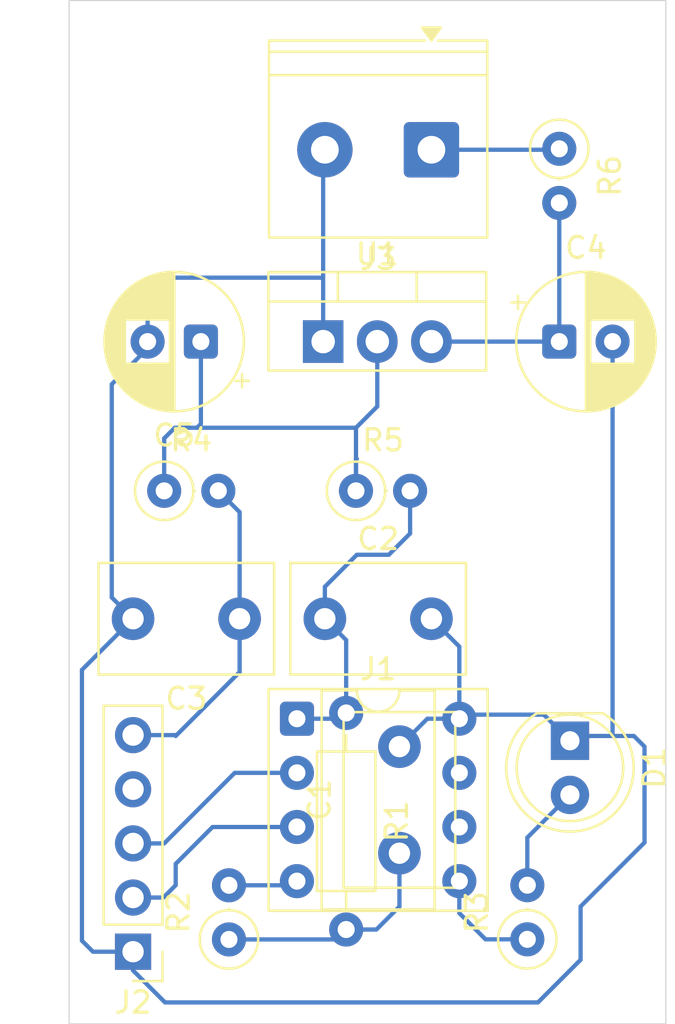
<source format=kicad_pcb>
(kicad_pcb (version 20241229) (generator "pcbnew") (generator_version "9.0")
  (layers (0 "F.Cu" signal) (2 "B.Cu" signal) (13 "F.Paste" user) (15 "B.Paste" user) (5 "F.SilkS" user "F.Silkscreen") (7 "B.SilkS" user "B.Silkscreen") (1 "F.Mask" user) (3 "B.Mask" user) (25 "Edge.Cuts" user))
  (net 0 "")
  (net 1 "Net-(D1-K)")
  (net 2 "Net-(C1-Pad1)")
  (net 3 "Net-(J1-Pin_1)")
  (net 4 "Net-(J2-Pin_5)")
  (net 5 "Net-(U1-VI)")
  (net 6 "Net-(U1-VO)")
  (net 7 "Net-(D1-A)")
  (net 9 "Net-(J1-Pin_3)")
  (net 10 "Net-(J1-Pin_2)")
  (net 12 "Net-(J1-Pin_4)")
  (net 13 "Net-(J1-Pin_5)")
  (net 15 "Net-(J3-Pin_1)")
  (footprint "LED_THT:LED_D5.0mm" (layer "F.Cu") (at 183 105.225 -90)
    (property "Reference" "D1" (at 1.27 -3.96 90) (layer "F.SilkS"))
    (property "Value" "LED")
    (fp_line (start -1.29 -1.545) (end -1.29 1.545) (stroke (width 0.12)) (layer "F.SilkS"))
    (fp_arc (start 4.26 0) (mid 2.071779 2.880495) (end -1.29 1.54483) (stroke (width 0.12)) (layer "F.SilkS"))
    (fp_arc (start -1.29 -1.54483) (mid 2.071779 -2.880495) (end 4.26 0) (stroke (width 0.12)) (layer "F.SilkS"))
    (fp_circle (center 1.27 0) (end 3.77 0) (stroke (width 0.12)) (fill no) (layer "F.SilkS"))
    (pad "1" thru_hole rect (at 0 0 270) (size 1.8 1.8) (drill 0.9) (layers "*.Cu" "*.Mask") (net 1 "Net-(D1-K)"))
    (pad "2" thru_hole circle (at 2.54 0 270) (size 1.8 1.8) (drill 0.9) (layers "*.Cu" "*.Mask") (net 7 "Net-(D1-A)"))
  )
  (footprint "Resistor_THT:R_Axial_DIN0207_L6.3mm_D2.5mm_P2.54mm_Vertical" (layer "F.Cu") (at 172.96 93.5)
    (property "Reference" "R5" (at 1.27 -2.37 0) (layer "F.SilkS"))
    (property "Value" "10")
    (fp_line (start 1.37 0) (end 1.44 0) (stroke (width 0.12)) (layer "F.SilkS"))
    (fp_circle (center 0 0) (end 1.37 0) (stroke (width 0.12)) (fill no) (layer "F.SilkS"))
    (pad "1" thru_hole circle (at 0 0) (size 1.6 1.6) (drill 0.8) (layers "*.Cu" "*.Mask") (net 6 "Net-(U1-VO)"))
    (pad "2" thru_hole circle (at 2.54 0) (size 1.6 1.6) (drill 0.8) (layers "*.Cu" "*.Mask") (net 3 "Net-(J1-Pin_1)"))
  )
  (footprint "Package_TO_SOT_THT:TO-220-3_Vertical" (layer "F.Cu") (at 171.42 86.5)
    (property "Reference" "U1" (at 2.54 -4.1 0) (layer "F.SilkS"))
    (property "Value" "LD1117V33")
    (fp_line (start -2.57 -3.26) (end 7.65 -3.26) (stroke (width 0.12)) (layer "F.SilkS"))
    (fp_line (start -2.57 -1.88) (end 7.65 -1.88) (stroke (width 0.12)) (layer "F.SilkS"))
    (fp_line (start -2.57 1.36) (end -2.57 -3.26) (stroke (width 0.12)) (layer "F.SilkS"))
    (fp_line (start 0.69 -3.26) (end 0.69 -1.88) (stroke (width 0.12)) (layer "F.SilkS"))
    (fp_line (start 4.39 -3.26) (end 4.39 -1.88) (stroke (width 0.12)) (layer "F.SilkS"))
    (fp_line (start 7.65 -3.26) (end 7.65 1.36) (stroke (width 0.12)) (layer "F.SilkS"))
    (fp_line (start 7.65 1.36) (end -2.57 1.36) (stroke (width 0.12)) (layer "F.SilkS"))
    (pad "1" thru_hole rect (at 0 0) (size 1.905 2) (drill 1.1) (layers "*.Cu" "*.Mask") (net 1 "Net-(D1-K)"))
    (pad "2" thru_hole oval (at 2.54 0) (size 1.905 2) (drill 1.1) (layers "*.Cu" "*.Mask") (net 6 "Net-(U1-VO)"))
    (pad "3" thru_hole oval (at 5.08 0) (size 1.905 2) (drill 1.1) (layers "*.Cu" "*.Mask") (net 5 "Net-(U1-VI)"))
  )
  (footprint "Package_DIP:DIP-8_W7.62mm_Socket" (layer "F.Cu") (at 170.19 104.19)
    (property "Reference" "J1" (at 3.81 -2.33 0) (layer "F.SilkS"))
    (property "Value" "Conn_02x04_Counter_Clockwise")
    (fp_line (start 1.16 -1.33) (end 1.16 8.95) (stroke (width 0.12)) (layer "F.SilkS"))
    (fp_line (start 1.16 8.95) (end 6.46 8.95) (stroke (width 0.12)) (layer "F.SilkS"))
    (fp_line (start 2.81 -1.33) (end 1.16 -1.33) (stroke (width 0.12)) (layer "F.SilkS"))
    (fp_line (start 6.46 -1.33) (end 4.81 -1.33) (stroke (width 0.12)) (layer "F.SilkS"))
    (fp_line (start 6.46 8.95) (end 6.46 -1.33) (stroke (width 0.12)) (layer "F.SilkS"))
    (fp_rect (start -1.33 -1.39) (end 8.95 9.01) (stroke (width 0.12)) (fill no) (layer "F.SilkS"))
    (fp_arc (start 4.81 -1.33) (mid 3.81 -0.33) (end 2.81 -1.33) (stroke (width 0.12)) (layer "F.SilkS"))
    (pad "1" thru_hole roundrect (at 0 0) (size 1.6 1.6) (drill 0.8) (layers "*.Cu" "*.Mask") (roundrect_rratio 0.15625) (net 3 "Net-(J1-Pin_1)"))
    (pad "2" thru_hole circle (at 0 2.54) (size 1.6 1.6) (drill 0.8) (layers "*.Cu" "*.Mask") (net 10 "Net-(J1-Pin_2)"))
    (pad "3" thru_hole circle (at 0 5.08) (size 1.6 1.6) (drill 0.8) (layers "*.Cu" "*.Mask") (net 9 "Net-(J1-Pin_3)"))
    (pad "4" thru_hole circle (at 0 7.62) (size 1.6 1.6) (drill 0.8) (layers "*.Cu" "*.Mask") (net 12 "Net-(J1-Pin_4)"))
    (pad "5" thru_hole circle (at 7.62 7.62) (size 1.6 1.6) (drill 0.8) (layers "*.Cu" "*.Mask") (net 13 "Net-(J1-Pin_5)"))
    (pad "6" thru_hole circle (at 7.62 5.08) (size 1.6 1.6) (drill 0.8) (layers "*.Cu" "*.Mask"))
    (pad "7" thru_hole circle (at 7.62 2.54) (size 1.6 1.6) (drill 0.8) (layers "*.Cu" "*.Mask"))
    (pad "8" thru_hole circle (at 7.62 0) (size 1.6 1.6) (drill 0.8) (layers "*.Cu" "*.Mask") (net 1 "Net-(D1-K)"))
  )
  (footprint "Resistor_THT:R_Axial_DIN0207_L6.3mm_D2.5mm_P2.54mm_Vertical" (layer "F.Cu") (at 163.96 93.5)
    (property "Reference" "R4" (at 1.27 -2.37 0) (layer "F.SilkS"))
    (property "Value" "1")
    (fp_line (start 1.37 0) (end 1.44 0) (stroke (width 0.12)) (layer "F.SilkS"))
    (fp_circle (center 0 0) (end 1.37 0) (stroke (width 0.12)) (fill no) (layer "F.SilkS"))
    (pad "1" thru_hole circle (at 0 0) (size 1.6 1.6) (drill 0.8) (layers "*.Cu" "*.Mask") (net 6 "Net-(U1-VO)"))
    (pad "2" thru_hole circle (at 2.54 0) (size 1.6 1.6) (drill 0.8) (layers "*.Cu" "*.Mask") (net 4 "Net-(J2-Pin_5)"))
  )
  (footprint "Resistor_THT:R_Axial_DIN0207_L6.3mm_D2.5mm_P2.54mm_Vertical" (layer "F.Cu") (at 181 114.54 90)
    (property "Reference" "R3" (at 1.27 -2.37 90) (layer "F.SilkS"))
    (property "Value" "3.3K")
    (fp_line (start 1.37 0) (end 1.44 0) (stroke (width 0.12)) (layer "F.SilkS"))
    (fp_circle (center 0 0) (end 1.37 0) (stroke (width 0.12)) (fill no) (layer "F.SilkS"))
    (pad "1" thru_hole circle (at 0 0 90) (size 1.6 1.6) (drill 0.8) (layers "*.Cu" "*.Mask") (net 13 "Net-(J1-Pin_5)"))
    (pad "2" thru_hole circle (at 2.54 0 90) (size 1.6 1.6) (drill 0.8) (layers "*.Cu" "*.Mask") (net 7 "Net-(D1-A)"))
  )
  (footprint "TerminalBlock_Phoenix:TerminalBlock_Phoenix_PT-1,5-2-5.0-H_1x02_P5.00mm_Horizontal" (layer "F.Cu") (at 176.5 77.5 180)
    (property "Reference" "J3" (at 2.5 -5.12 0) (layer "F.SilkS"))
    (property "Value" "Screw_Terminal_01x02")
    (fp_line (start 7.62 5.12) (end 0.3 5.12) (stroke (width 0.12)) (layer "F.SilkS"))
    (fp_line (start 7.62 -4.12) (end 7.62 5.12) (stroke (width 0.12)) (layer "F.SilkS"))
    (fp_line (start -0.3 5.12) (end -2.62 5.12) (stroke (width 0.12)) (layer "F.SilkS"))
    (fp_line (start -2.62 5.12) (end -2.62 -4.12) (stroke (width 0.12)) (layer "F.SilkS"))
    (fp_line (start -2.62 4.6) (end 7.62 4.6) (stroke (width 0.12)) (layer "F.SilkS"))
    (fp_line (start -2.62 3.5) (end 7.62 3.5) (stroke (width 0.12)) (layer "F.SilkS"))
    (fp_line (start -2.62 -4.12) (end 7.62 -4.12) (stroke (width 0.12)) (layer "F.SilkS"))
    (fp_poly (pts (xy 0 5.12) (xy 0.44 5.73) (xy -0.44 5.73)) (stroke (width 0.12)) (fill yes) (layer "F.SilkS"))
    (pad "1" thru_hole roundrect (at 0 0 180) (size 2.6 2.6) (drill 1.3) (layers "*.Cu" "*.Mask") (roundrect_rratio 0.096154) (net 15 "Net-(J3-Pin_1)"))
    (pad "2" thru_hole circle (at 5 0 180) (size 2.6 2.6) (drill 1.3) (layers "*.Cu" "*.Mask") (net 1 "Net-(D1-K)"))
  )
  (footprint "Capacitor_THT:C_Disc_D8.0mm_W5.0mm_P5.00mm" (layer "F.Cu") (at 171.5 99.5)
    (property "Reference" "C2" (at 2.5 -3.75 0) (layer "F.SilkS"))
    (property "Value" "10uF (106)")
    (fp_line (start -1.62 -2.62) (end 6.62 -2.62) (stroke (width 0.12)) (layer "F.SilkS"))
    (fp_line (start -1.62 2.62) (end -1.62 -2.62) (stroke (width 0.12)) (layer "F.SilkS"))
    (fp_line (start 6.62 -2.62) (end 6.62 2.62) (stroke (width 0.12)) (layer "F.SilkS"))
    (fp_line (start 6.62 2.62) (end -1.62 2.62) (stroke (width 0.12)) (layer "F.SilkS"))
    (pad "1" thru_hole circle (at 0 0) (size 2 2) (drill 1) (layers "*.Cu" "*.Mask") (net 3 "Net-(J1-Pin_1)"))
    (pad "2" thru_hole circle (at 5 0) (size 2 2) (drill 1) (layers "*.Cu" "*.Mask") (net 1 "Net-(D1-K)"))
  )
  (footprint "Connector_PinHeader_2.54mm:PinHeader_1x05_P2.54mm_Vertical" (layer "F.Cu") (at 162.5 115.12 180)
    (property "Reference" "J2" (at 0 -2.38 0) (layer "F.SilkS"))
    (property "Value" "Conn_01x05_Pin")
    (fp_line (start 1.38 1.27) (end 1.38 11.54) (stroke (width 0.12)) (layer "F.SilkS"))
    (fp_line (start -1.38 11.54) (end 1.38 11.54) (stroke (width 0.12)) (layer "F.SilkS"))
    (fp_line (start -1.38 1.27) (end 1.38 1.27) (stroke (width 0.12)) (layer "F.SilkS"))
    (fp_line (start -1.38 1.27) (end -1.38 11.54) (stroke (width 0.12)) (layer "F.SilkS"))
    (fp_line (start -1.38 0) (end -1.38 -1.38) (stroke (width 0.12)) (layer "F.SilkS"))
    (fp_line (start -1.38 -1.38) (end 0 -1.38) (stroke (width 0.12)) (layer "F.SilkS"))
    (pad "1" thru_hole rect (at 0 0 180) (size 1.7 1.7) (drill 1) (layers "*.Cu" "*.Mask") (net 1 "Net-(D1-K)"))
    (pad "2" thru_hole circle (at 0 2.54 180) (size 1.7 1.7) (drill 1) (layers "*.Cu" "*.Mask") (net 9 "Net-(J1-Pin_3)"))
    (pad "3" thru_hole circle (at 0 5.08 180) (size 1.7 1.7) (drill 1) (layers "*.Cu" "*.Mask") (net 10 "Net-(J1-Pin_2)"))
    (pad "4" thru_hole circle (at 0 7.62 180) (size 1.7 1.7) (drill 1) (layers "*.Cu" "*.Mask"))
    (pad "5" thru_hole circle (at 0 10.16 180) (size 1.7 1.7) (drill 1) (layers "*.Cu" "*.Mask") (net 4 "Net-(J2-Pin_5)"))
  )
  (footprint "Resistor_THT:R_Axial_DIN0207_L6.3mm_D2.5mm_P2.54mm_Vertical" (layer "F.Cu") (at 167 114.545 90)
    (property "Reference" "R2" (at 1.27 -2.37 90) (layer "F.SilkS"))
    (property "Value" "220")
    (fp_line (start 1.37 0) (end 1.44 0) (stroke (width 0.12)) (layer "F.SilkS"))
    (fp_circle (center 0 0) (end 1.37 0) (stroke (width 0.12)) (fill no) (layer "F.SilkS"))
    (pad "1" thru_hole circle (at 0 0 90) (size 1.6 1.6) (drill 0.8) (layers "*.Cu" "*.Mask") (net 2 "Net-(C1-Pad1)"))
    (pad "2" thru_hole circle (at 2.54 0 90) (size 1.6 1.6) (drill 0.8) (layers "*.Cu" "*.Mask") (net 12 "Net-(J1-Pin_4)"))
  )
  (footprint "Resistor_THT:R_Axial_DIN0207_L6.3mm_D2.5mm_P10.16mm_Horizontal" (layer "F.Cu") (at 172.5 103.92 -90)
    (property "Reference" "R1" (at 5.08 -2.37 90) (layer "F.SilkS"))
    (property "Value" "10K")
    (fp_line (start 1.04 0) (end 1.81 0) (stroke (width 0.12)) (layer "F.SilkS"))
    (fp_line (start 9.12 0) (end 8.35 0) (stroke (width 0.12)) (layer "F.SilkS"))
    (fp_rect (start 1.81 -1.37) (end 8.35 1.37) (stroke (width 0.12)) (fill no) (layer "F.SilkS"))
    (pad "1" thru_hole circle (at 0 0 270) (size 1.6 1.6) (drill 0.8) (layers "*.Cu" "*.Mask") (net 3 "Net-(J1-Pin_1)"))
    (pad "2" thru_hole circle (at 10.16 0 270) (size 1.6 1.6) (drill 0.8) (layers "*.Cu" "*.Mask") (net 2 "Net-(C1-Pad1)"))
  )
  (footprint "Capacitor_THT:CP_Radial_D6.3mm_P2.50mm" (layer "F.Cu") (at 165.68238 86.5 180)
    (property "Reference" "C5" (at 1.25 -4.4 0) (layer "F.SilkS"))
    (property "Value" "470uF 10V")
    (fp_line (start 4.49 -0.402) (end 4.49 0.402) (stroke (width 0.12)) (layer "F.SilkS"))
    (fp_line (start 4.45 -0.633) (end 4.45 0.633) (stroke (width 0.12)) (layer "F.SilkS"))
    (fp_line (start 4.41 -0.801) (end 4.41 0.801) (stroke (width 0.12)) (layer "F.SilkS"))
    (fp_line (start 4.37 -0.939) (end 4.37 0.939) (stroke (width 0.12)) (layer "F.SilkS"))
    (fp_line (start 4.33 -1.058) (end 4.33 1.058) (stroke (width 0.12)) (layer "F.SilkS"))
    (fp_line (start 4.29 -1.165) (end 4.29 1.165) (stroke (width 0.12)) (layer "F.SilkS"))
    (fp_line (start 4.25 -1.261) (end 4.25 1.261) (stroke (width 0.12)) (layer "F.SilkS"))
    (fp_line (start 4.21 -1.35) (end 4.21 1.35) (stroke (width 0.12)) (layer "F.SilkS"))
    (fp_line (start 4.17 -1.432) (end 4.17 1.432) (stroke (width 0.12)) (layer "F.SilkS"))
    (fp_line (start 4.13 -1.509) (end 4.13 1.509) (stroke (width 0.12)) (layer "F.SilkS"))
    (fp_line (start 4.09 -1.581) (end 4.09 1.581) (stroke (width 0.12)) (layer "F.SilkS"))
    (fp_line (start 4.05 -1.649) (end 4.05 1.649) (stroke (width 0.12)) (layer "F.SilkS"))
    (fp_line (start 4.01 -1.714) (end 4.01 1.714) (stroke (width 0.12)) (layer "F.SilkS"))
    (fp_line (start 3.97 -1.775) (end 3.97 1.775) (stroke (width 0.12)) (layer "F.SilkS"))
    (fp_line (start 3.93 -1.834) (end 3.93 1.834) (stroke (width 0.12)) (layer "F.SilkS"))
    (fp_line (start 3.89 -1.89) (end 3.89 1.89) (stroke (width 0.12)) (layer "F.SilkS"))
    (fp_line (start 3.85 -1.943) (end 3.85 1.943) (stroke (width 0.12)) (layer "F.SilkS"))
    (fp_line (start 3.81 -1.995) (end 3.81 1.995) (stroke (width 0.12)) (layer "F.SilkS"))
    (fp_line (start 3.77 -2.044) (end 3.77 2.044) (stroke (width 0.12)) (layer "F.SilkS"))
    (fp_line (start 3.73 -2.091) (end 3.73 2.091) (stroke (width 0.12)) (layer "F.SilkS"))
    (fp_line (start 3.69 -2.137) (end 3.69 2.137) (stroke (width 0.12)) (layer "F.SilkS"))
    (fp_line (start 3.65 -2.181) (end 3.65 2.181) (stroke (width 0.12)) (layer "F.SilkS"))
    (fp_line (start 3.61 -2.223) (end 3.61 2.223) (stroke (width 0.12)) (layer "F.SilkS"))
    (fp_line (start 3.57 -2.264) (end 3.57 2.264) (stroke (width 0.12)) (layer "F.SilkS"))
    (fp_line (start 3.53 1.04) (end 3.53 2.304) (stroke (width 0.12)) (layer "F.SilkS"))
    (fp_line (start 3.53 -2.304) (end 3.53 -1.04) (stroke (width 0.12)) (layer "F.SilkS"))
    (fp_line (start 3.49 1.04) (end 3.49 2.342) (stroke (width 0.12)) (layer "F.SilkS"))
    (fp_line (start 3.49 -2.342) (end 3.49 -1.04) (stroke (width 0.12)) (layer "F.SilkS"))
    (fp_line (start 3.45 1.04) (end 3.45 2.379) (stroke (width 0.12)) (layer "F.SilkS"))
    (fp_line (start 3.45 -2.379) (end 3.45 -1.04) (stroke (width 0.12)) (layer "F.SilkS"))
    (fp_line (start 3.41 1.04) (end 3.41 2.415) (stroke (width 0.12)) (layer "F.SilkS"))
    (fp_line (start 3.41 -2.415) (end 3.41 -1.04) (stroke (width 0.12)) (layer "F.SilkS"))
    (fp_line (start 3.37 1.04) (end 3.37 2.45) (stroke (width 0.12)) (layer "F.SilkS"))
    (fp_line (start 3.37 -2.45) (end 3.37 -1.04) (stroke (width 0.12)) (layer "F.SilkS"))
    (fp_line (start 3.33 1.04) (end 3.33 2.483) (stroke (width 0.12)) (layer "F.SilkS"))
    (fp_line (start 3.33 -2.483) (end 3.33 -1.04) (stroke (width 0.12)) (layer "F.SilkS"))
    (fp_line (start 3.29 1.04) (end 3.29 2.516) (stroke (width 0.12)) (layer "F.SilkS"))
    (fp_line (start 3.29 -2.516) (end 3.29 -1.04) (stroke (width 0.12)) (layer "F.SilkS"))
    (fp_line (start 3.25 1.04) (end 3.25 2.547) (stroke (width 0.12)) (layer "F.SilkS"))
    (fp_line (start 3.25 -2.547) (end 3.25 -1.04) (stroke (width 0.12)) (layer "F.SilkS"))
    (fp_line (start 3.21 1.04) (end 3.21 2.577) (stroke (width 0.12)) (layer "F.SilkS"))
    (fp_line (start 3.21 -2.577) (end 3.21 -1.04) (stroke (width 0.12)) (layer "F.SilkS"))
    (fp_line (start 3.17 1.04) (end 3.17 2.607) (stroke (width 0.12)) (layer "F.SilkS"))
    (fp_line (start 3.17 -2.607) (end 3.17 -1.04) (stroke (width 0.12)) (layer "F.SilkS"))
    (fp_line (start 3.13 1.04) (end 3.13 2.636) (stroke (width 0.12)) (layer "F.SilkS"))
    (fp_line (start 3.13 -2.636) (end 3.13 -1.04) (stroke (width 0.12)) (layer "F.SilkS"))
    (fp_line (start 3.09 1.04) (end 3.09 2.663) (stroke (width 0.12)) (layer "F.SilkS"))
    (fp_line (start 3.09 -2.663) (end 3.09 -1.04) (stroke (width 0.12)) (layer "F.SilkS"))
    (fp_line (start 3.05 1.04) (end 3.05 2.69) (stroke (width 0.12)) (layer "F.SilkS"))
    (fp_line (start 3.05 -2.69) (end 3.05 -1.04) (stroke (width 0.12)) (layer "F.SilkS"))
    (fp_line (start 3.01 1.04) (end 3.01 2.716) (stroke (width 0.12)) (layer "F.SilkS"))
    (fp_line (start 3.01 -2.716) (end 3.01 -1.04) (stroke (width 0.12)) (layer "F.SilkS"))
    (fp_line (start 2.97 1.04) (end 2.97 2.741) (stroke (width 0.12)) (layer "F.SilkS"))
    (fp_line (start 2.97 -2.741) (end 2.97 -1.04) (stroke (width 0.12)) (layer "F.SilkS"))
    (fp_line (start 2.93 1.04) (end 2.93 2.765) (stroke (width 0.12)) (layer "F.SilkS"))
    (fp_line (start 2.93 -2.765) (end 2.93 -1.04) (stroke (width 0.12)) (layer "F.SilkS"))
    (fp_line (start 2.89 1.04) (end 2.89 2.789) (stroke (width 0.12)) (layer "F.SilkS"))
    (fp_line (start 2.89 -2.789) (end 2.89 -1.04) (stroke (width 0.12)) (layer "F.SilkS"))
    (fp_line (start 2.85 1.04) (end 2.85 2.812) (stroke (width 0.12)) (layer "F.SilkS"))
    (fp_line (start 2.85 -2.812) (end 2.85 -1.04) (stroke (width 0.12)) (layer "F.SilkS"))
    (fp_line (start 2.81 1.04) (end 2.81 2.834) (stroke (width 0.12)) (layer "F.SilkS"))
    (fp_line (start 2.81 -2.834) (end 2.81 -1.04) (stroke (width 0.12)) (layer "F.SilkS"))
    (fp_line (start 2.77 1.04) (end 2.77 2.855) (stroke (width 0.12)) (layer "F.SilkS"))
    (fp_line (start 2.77 -2.855) (end 2.77 -1.04) (stroke (width 0.12)) (layer "F.SilkS"))
    (fp_line (start 2.73 1.04) (end 2.73 2.876) (stroke (width 0.12)) (layer "F.SilkS"))
    (fp_line (start 2.73 -2.876) (end 2.73 -1.04) (stroke (width 0.12)) (layer "F.SilkS"))
    (fp_line (start 2.69 1.04) (end 2.69 2.896) (stroke (width 0.12)) (layer "F.SilkS"))
    (fp_line (start 2.69 -2.896) (end 2.69 -1.04) (stroke (width 0.12)) (layer "F.SilkS"))
    (fp_line (start 2.65 1.04) (end 2.65 2.915) (stroke (width 0.12)) (layer "F.SilkS"))
    (fp_line (start 2.65 -2.915) (end 2.65 -1.04) (stroke (width 0.12)) (layer "F.SilkS"))
    (fp_line (start 2.61 1.04) (end 2.61 2.934) (stroke (width 0.12)) (layer "F.SilkS"))
    (fp_line (start 2.61 -2.934) (end 2.61 -1.04) (stroke (width 0.12)) (layer "F.SilkS"))
    (fp_line (start 2.57 1.04) (end 2.57 2.952) (stroke (width 0.12)) (layer "F.SilkS"))
    (fp_line (start 2.57 -2.952) (end 2.57 -1.04) (stroke (width 0.12)) (layer "F.SilkS"))
    (fp_line (start 2.53 1.04) (end 2.53 2.969) (stroke (width 0.12)) (layer "F.SilkS"))
    (fp_line (start 2.53 -2.969) (end 2.53 -1.04) (stroke (width 0.12)) (layer "F.SilkS"))
    (fp_line (start 2.49 1.04) (end 2.49 2.986) (stroke (width 0.12)) (layer "F.SilkS"))
    (fp_line (start 2.49 -2.986) (end 2.49 -1.04) (stroke (width 0.12)) (layer "F.SilkS"))
    (fp_line (start 2.45 1.04) (end 2.45 3.002) (stroke (width 0.12)) (layer "F.SilkS"))
    (fp_line (start 2.45 -3.002) (end 2.45 -1.04) (stroke (width 0.12)) (layer "F.SilkS"))
    (fp_line (start 2.41 1.04) (end 2.41 3.017) (stroke (width 0.12)) (layer "F.SilkS"))
    (fp_line (start 2.41 -3.017) (end 2.41 -1.04) (stroke (width 0.12)) (layer "F.SilkS"))
    (fp_line (start 2.37 1.04) (end 2.37 3.032) (stroke (width 0.12)) (layer "F.SilkS"))
    (fp_line (start 2.37 -3.032) (end 2.37 -1.04) (stroke (width 0.12)) (layer "F.SilkS"))
    (fp_line (start 2.33 1.04) (end 2.33 3.047) (stroke (width 0.12)) (layer "F.SilkS"))
    (fp_line (start 2.33 -3.047) (end 2.33 -1.04) (stroke (width 0.12)) (layer "F.SilkS"))
    (fp_line (start 2.29 1.04) (end 2.29 3.06) (stroke (width 0.12)) (layer "F.SilkS"))
    (fp_line (start 2.29 -3.06) (end 2.29 -1.04) (stroke (width 0.12)) (layer "F.SilkS"))
    (fp_line (start 2.25 1.04) (end 2.25 3.073) (stroke (width 0.12)) (layer "F.SilkS"))
    (fp_line (start 2.25 -3.073) (end 2.25 -1.04) (stroke (width 0.12)) (layer "F.SilkS"))
    (fp_line (start 2.21 1.04) (end 2.21 3.086) (stroke (width 0.12)) (layer "F.SilkS"))
    (fp_line (start 2.21 -3.086) (end 2.21 -1.04) (stroke (width 0.12)) (layer "F.SilkS"))
    (fp_line (start 2.17 1.04) (end 2.17 3.098) (stroke (width 0.12)) (layer "F.SilkS"))
    (fp_line (start 2.17 -3.098) (end 2.17 -1.04) (stroke (width 0.12)) (layer "F.SilkS"))
    (fp_line (start 2.13 1.04) (end 2.13 3.109) (stroke (width 0.12)) (layer "F.SilkS"))
    (fp_line (start 2.13 -3.109) (end 2.13 -1.04) (stroke (width 0.12)) (layer "F.SilkS"))
    (fp_line (start 2.09 1.04) (end 2.09 3.12) (stroke (width 0.12)) (layer "F.SilkS"))
    (fp_line (start 2.09 -3.12) (end 2.09 -1.04) (stroke (width 0.12)) (layer "F.SilkS"))
    (fp_line (start 2.05 1.04) (end 2.05 3.131) (stroke (width 0.12)) (layer "F.SilkS"))
    (fp_line (start 2.05 -3.131) (end 2.05 -1.04) (stroke (width 0.12)) (layer "F.SilkS"))
    (fp_line (start 2.01 1.04) (end 2.01 3.14) (stroke (width 0.12)) (layer "F.SilkS"))
    (fp_line (start 2.01 -3.14) (end 2.01 -1.04) (stroke (width 0.12)) (layer "F.SilkS"))
    (fp_line (start 1.97 1.04) (end 1.97 3.15) (stroke (width 0.12)) (layer "F.SilkS"))
    (fp_line (start 1.97 -3.15) (end 1.97 -1.04) (stroke (width 0.12)) (layer "F.SilkS"))
    (fp_line (start 1.93 1.04) (end 1.93 3.159) (stroke (width 0.12)) (layer "F.SilkS"))
    (fp_line (start 1.93 -3.159) (end 1.93 -1.04) (stroke (width 0.12)) (layer "F.SilkS"))
    (fp_line (start 1.89 1.04) (end 1.89 3.167) (stroke (width 0.12)) (layer "F.SilkS"))
    (fp_line (start 1.89 -3.167) (end 1.89 -1.04) (stroke (width 0.12)) (layer "F.SilkS"))
    (fp_line (start 1.85 1.04) (end 1.85 3.174) (stroke (width 0.12)) (layer "F.SilkS"))
    (fp_line (start 1.85 -3.174) (end 1.85 -1.04) (stroke (width 0.12)) (layer "F.SilkS"))
    (fp_line (start 1.81 1.04) (end 1.81 3.182) (stroke (width 0.12)) (layer "F.SilkS"))
    (fp_line (start 1.81 -3.182) (end 1.81 -1.04) (stroke (width 0.12)) (layer "F.SilkS"))
    (fp_line (start 1.77 1.04) (end 1.77 3.188) (stroke (width 0.12)) (layer "F.SilkS"))
    (fp_line (start 1.77 -3.188) (end 1.77 -1.04) (stroke (width 0.12)) (layer "F.SilkS"))
    (fp_line (start 1.73 1.04) (end 1.73 3.195) (stroke (width 0.12)) (layer "F.SilkS"))
    (fp_line (start 1.73 -3.195) (end 1.73 -1.04) (stroke (width 0.12)) (layer "F.SilkS"))
    (fp_line (start 1.69 1.04) (end 1.69 3.2) (stroke (width 0.12)) (layer "F.SilkS"))
    (fp_line (start 1.69 -3.2) (end 1.69 -1.04) (stroke (width 0.12)) (layer "F.SilkS"))
    (fp_line (start 1.65 1.04) (end 1.65 3.205) (stroke (width 0.12)) (layer "F.SilkS"))
    (fp_line (start 1.65 -3.205) (end 1.65 -1.04) (stroke (width 0.12)) (layer "F.SilkS"))
    (fp_line (start 1.61 1.04) (end 1.61 3.21) (stroke (width 0.12)) (layer "F.SilkS"))
    (fp_line (start 1.61 -3.21) (end 1.61 -1.04) (stroke (width 0.12)) (layer "F.SilkS"))
    (fp_line (start 1.57 1.04) (end 1.57 3.214) (stroke (width 0.12)) (layer "F.SilkS"))
    (fp_line (start 1.57 -3.214) (end 1.57 -1.04) (stroke (width 0.12)) (layer "F.SilkS"))
    (fp_line (start 1.53 1.04) (end 1.53 3.218) (stroke (width 0.12)) (layer "F.SilkS"))
    (fp_line (start 1.53 -3.218) (end 1.53 -1.04) (stroke (width 0.12)) (layer "F.SilkS"))
    (fp_line (start 1.49 1.04) (end 1.49 3.221) (stroke (width 0.12)) (layer "F.SilkS"))
    (fp_line (start 1.49 -3.221) (end 1.49 -1.04) (stroke (width 0.12)) (layer "F.SilkS"))
    (fp_line (start 1.45 -3.224) (end 1.45 3.224) (stroke (width 0.12)) (layer "F.SilkS"))
    (fp_line (start 1.41 -3.226) (end 1.41 3.226) (stroke (width 0.12)) (layer "F.SilkS"))
    (fp_line (start 1.37 -3.228) (end 1.37 3.228) (stroke (width 0.12)) (layer "F.SilkS"))
    (fp_line (start 1.33 -3.229) (end 1.33 3.229) (stroke (width 0.12)) (layer "F.SilkS"))
    (fp_line (start 1.29 -3.23) (end 1.29 3.23) (stroke (width 0.12)) (layer "F.SilkS"))
    (fp_line (start 1.25 -3.23) (end 1.25 3.23) (stroke (width 0.12)) (layer "F.SilkS"))
    (fp_line (start -1.935241 -2.154) (end -1.935241 -1.524) (stroke (width 0.12)) (layer "F.SilkS"))
    (fp_line (start -2.250241 -1.839) (end -1.620241 -1.839) (stroke (width 0.12)) (layer "F.SilkS"))
    (fp_circle (center 1.25 0) (end 4.52 0) (stroke (width 0.12)) (fill no) (layer "F.SilkS"))
    (pad "1" thru_hole roundrect (at 0 0 180) (size 1.6 1.6) (drill 0.8) (layers "*.Cu" "*.Mask") (roundrect_rratio 0.15625) (net 6 "Net-(U1-VO)"))
    (pad "2" thru_hole circle (at 2.5 0 180) (size 1.6 1.6) (drill 0.8) (layers "*.Cu" "*.Mask") (net 1 "Net-(D1-K)"))
  )
  (footprint "Resistor_THT:R_Axial_DIN0207_L6.3mm_D2.5mm_P2.54mm_Vertical" (layer "F.Cu") (at 182.5 77.455 -90)
    (property "Reference" "R6" (at 1.27 -2.37 90) (layer "F.SilkS"))
    (property "Value" "1")
    (fp_line (start 1.37 0) (end 1.44 0) (stroke (width 0.12)) (layer "F.SilkS"))
    (fp_circle (center 0 0) (end 1.37 0) (stroke (width 0.12)) (fill no) (layer "F.SilkS"))
    (pad "1" thru_hole circle (at 0 0 270) (size 1.6 1.6) (drill 0.8) (layers "*.Cu" "*.Mask") (net 15 "Net-(J3-Pin_1)"))
    (pad "2" thru_hole circle (at 2.54 0 270) (size 1.6 1.6) (drill 0.8) (layers "*.Cu" "*.Mask") (net 5 "Net-(U1-VI)"))
  )
  (footprint "Capacitor_THT:CP_Radial_D6.3mm_P2.50mm" (layer "F.Cu") (at 182.5 86.5)
    (property "Reference" "C4" (at 1.25 -4.4 0) (layer "F.SilkS"))
    (property "Value" "220uF 25V")
    (fp_line (start -2.250241 -1.839) (end -1.620241 -1.839) (stroke (width 0.12)) (layer "F.SilkS"))
    (fp_line (start -1.935241 -2.154) (end -1.935241 -1.524) (stroke (width 0.12)) (layer "F.SilkS"))
    (fp_line (start 1.25 -3.23) (end 1.25 3.23) (stroke (width 0.12)) (layer "F.SilkS"))
    (fp_line (start 1.29 -3.23) (end 1.29 3.23) (stroke (width 0.12)) (layer "F.SilkS"))
    (fp_line (start 1.33 -3.229) (end 1.33 3.229) (stroke (width 0.12)) (layer "F.SilkS"))
    (fp_line (start 1.37 -3.228) (end 1.37 3.228) (stroke (width 0.12)) (layer "F.SilkS"))
    (fp_line (start 1.41 -3.226) (end 1.41 3.226) (stroke (width 0.12)) (layer "F.SilkS"))
    (fp_line (start 1.45 -3.224) (end 1.45 3.224) (stroke (width 0.12)) (layer "F.SilkS"))
    (fp_line (start 1.49 -3.221) (end 1.49 -1.04) (stroke (width 0.12)) (layer "F.SilkS"))
    (fp_line (start 1.49 1.04) (end 1.49 3.221) (stroke (width 0.12)) (layer "F.SilkS"))
    (fp_line (start 1.53 -3.218) (end 1.53 -1.04) (stroke (width 0.12)) (layer "F.SilkS"))
    (fp_line (start 1.53 1.04) (end 1.53 3.218) (stroke (width 0.12)) (layer "F.SilkS"))
    (fp_line (start 1.57 -3.214) (end 1.57 -1.04) (stroke (width 0.12)) (layer "F.SilkS"))
    (fp_line (start 1.57 1.04) (end 1.57 3.214) (stroke (width 0.12)) (layer "F.SilkS"))
    (fp_line (start 1.61 -3.21) (end 1.61 -1.04) (stroke (width 0.12)) (layer "F.SilkS"))
    (fp_line (start 1.61 1.04) (end 1.61 3.21) (stroke (width 0.12)) (layer "F.SilkS"))
    (fp_line (start 1.65 -3.205) (end 1.65 -1.04) (stroke (width 0.12)) (layer "F.SilkS"))
    (fp_line (start 1.65 1.04) (end 1.65 3.205) (stroke (width 0.12)) (layer "F.SilkS"))
    (fp_line (start 1.69 -3.2) (end 1.69 -1.04) (stroke (width 0.12)) (layer "F.SilkS"))
    (fp_line (start 1.69 1.04) (end 1.69 3.2) (stroke (width 0.12)) (layer "F.SilkS"))
    (fp_line (start 1.73 -3.195) (end 1.73 -1.04) (stroke (width 0.12)) (layer "F.SilkS"))
    (fp_line (start 1.73 1.04) (end 1.73 3.195) (stroke (width 0.12)) (layer "F.SilkS"))
    (fp_line (start 1.77 -3.188) (end 1.77 -1.04) (stroke (width 0.12)) (layer "F.SilkS"))
    (fp_line (start 1.77 1.04) (end 1.77 3.188) (stroke (width 0.12)) (layer "F.SilkS"))
    (fp_line (start 1.81 -3.182) (end 1.81 -1.04) (stroke (width 0.12)) (layer "F.SilkS"))
    (fp_line (start 1.81 1.04) (end 1.81 3.182) (stroke (width 0.12)) (layer "F.SilkS"))
    (fp_line (start 1.85 -3.174) (end 1.85 -1.04) (stroke (width 0.12)) (layer "F.SilkS"))
    (fp_line (start 1.85 1.04) (end 1.85 3.174) (stroke (width 0.12)) (layer "F.SilkS"))
    (fp_line (start 1.89 -3.167) (end 1.89 -1.04) (stroke (width 0.12)) (layer "F.SilkS"))
    (fp_line (start 1.89 1.04) (end 1.89 3.167) (stroke (width 0.12)) (layer "F.SilkS"))
    (fp_line (start 1.93 -3.159) (end 1.93 -1.04) (stroke (width 0.12)) (layer "F.SilkS"))
    (fp_line (start 1.93 1.04) (end 1.93 3.159) (stroke (width 0.12)) (layer "F.SilkS"))
    (fp_line (start 1.97 -3.15) (end 1.97 -1.04) (stroke (width 0.12)) (layer "F.SilkS"))
    (fp_line (start 1.97 1.04) (end 1.97 3.15) (stroke (width 0.12)) (layer "F.SilkS"))
    (fp_line (start 2.01 -3.14) (end 2.01 -1.04) (stroke (width 0.12)) (layer "F.SilkS"))
    (fp_line (start 2.01 1.04) (end 2.01 3.14) (stroke (width 0.12)) (layer "F.SilkS"))
    (fp_line (start 2.05 -3.131) (end 2.05 -1.04) (stroke (width 0.12)) (layer "F.SilkS"))
    (fp_line (start 2.05 1.04) (end 2.05 3.131) (stroke (width 0.12)) (layer "F.SilkS"))
    (fp_line (start 2.09 -3.12) (end 2.09 -1.04) (stroke (width 0.12)) (layer "F.SilkS"))
    (fp_line (start 2.09 1.04) (end 2.09 3.12) (stroke (width 0.12)) (layer "F.SilkS"))
    (fp_line (start 2.13 -3.109) (end 2.13 -1.04) (stroke (width 0.12)) (layer "F.SilkS"))
    (fp_line (start 2.13 1.04) (end 2.13 3.109) (stroke (width 0.12)) (layer "F.SilkS"))
    (fp_line (start 2.17 -3.098) (end 2.17 -1.04) (stroke (width 0.12)) (layer "F.SilkS"))
    (fp_line (start 2.17 1.04) (end 2.17 3.098) (stroke (width 0.12)) (layer "F.SilkS"))
    (fp_line (start 2.21 -3.086) (end 2.21 -1.04) (stroke (width 0.12)) (layer "F.SilkS"))
    (fp_line (start 2.21 1.04) (end 2.21 3.086) (stroke (width 0.12)) (layer "F.SilkS"))
    (fp_line (start 2.25 -3.073) (end 2.25 -1.04) (stroke (width 0.12)) (layer "F.SilkS"))
    (fp_line (start 2.25 1.04) (end 2.25 3.073) (stroke (width 0.12)) (layer "F.SilkS"))
    (fp_line (start 2.29 -3.06) (end 2.29 -1.04) (stroke (width 0.12)) (layer "F.SilkS"))
    (fp_line (start 2.29 1.04) (end 2.29 3.06) (stroke (width 0.12)) (layer "F.SilkS"))
    (fp_line (start 2.33 -3.047) (end 2.33 -1.04) (stroke (width 0.12)) (layer "F.SilkS"))
    (fp_line (start 2.33 1.04) (end 2.33 3.047) (stroke (width 0.12)) (layer "F.SilkS"))
    (fp_line (start 2.37 -3.032) (end 2.37 -1.04) (stroke (width 0.12)) (layer "F.SilkS"))
    (fp_line (start 2.37 1.04) (end 2.37 3.032) (stroke (width 0.12)) (layer "F.SilkS"))
    (fp_line (start 2.41 -3.017) (end 2.41 -1.04) (stroke (width 0.12)) (layer "F.SilkS"))
    (fp_line (start 2.41 1.04) (end 2.41 3.017) (stroke (width 0.12)) (layer "F.SilkS"))
    (fp_line (start 2.45 -3.002) (end 2.45 -1.04) (stroke (width 0.12)) (layer "F.SilkS"))
    (fp_line (start 2.45 1.04) (end 2.45 3.002) (stroke (width 0.12)) (layer "F.SilkS"))
    (fp_line (start 2.49 -2.986) (end 2.49 -1.04) (stroke (width 0.12)) (layer "F.SilkS"))
    (fp_line (start 2.49 1.04) (end 2.49 2.986) (stroke (width 0.12)) (layer "F.SilkS"))
    (fp_line (start 2.53 -2.969) (end 2.53 -1.04) (stroke (width 0.12)) (layer "F.SilkS"))
    (fp_line (start 2.53 1.04) (end 2.53 2.969) (stroke (width 0.12)) (layer "F.SilkS"))
    (fp_line (start 2.57 -2.952) (end 2.57 -1.04) (stroke (width 0.12)) (layer "F.SilkS"))
    (fp_line (start 2.57 1.04) (end 2.57 2.952) (stroke (width 0.12)) (layer "F.SilkS"))
    (fp_line (start 2.61 -2.934) (end 2.61 -1.04) (stroke (width 0.12)) (layer "F.SilkS"))
    (fp_line (start 2.61 1.04) (end 2.61 2.934) (stroke (width 0.12)) (layer "F.SilkS"))
    (fp_line (start 2.65 -2.915) (end 2.65 -1.04) (stroke (width 0.12)) (layer "F.SilkS"))
    (fp_line (start 2.65 1.04) (end 2.65 2.915) (stroke (width 0.12)) (layer "F.SilkS"))
    (fp_line (start 2.69 -2.896) (end 2.69 -1.04) (stroke (width 0.12)) (layer "F.SilkS"))
    (fp_line (start 2.69 1.04) (end 2.69 2.896) (stroke (width 0.12)) (layer "F.SilkS"))
    (fp_line (start 2.73 -2.876) (end 2.73 -1.04) (stroke (width 0.12)) (layer "F.SilkS"))
    (fp_line (start 2.73 1.04) (end 2.73 2.876) (stroke (width 0.12)) (layer "F.SilkS"))
    (fp_line (start 2.77 -2.855) (end 2.77 -1.04) (stroke (width 0.12)) (layer "F.SilkS"))
    (fp_line (start 2.77 1.04) (end 2.77 2.855) (stroke (width 0.12)) (layer "F.SilkS"))
    (fp_line (start 2.81 -2.834) (end 2.81 -1.04) (stroke (width 0.12)) (layer "F.SilkS"))
    (fp_line (start 2.81 1.04) (end 2.81 2.834) (stroke (width 0.12)) (layer "F.SilkS"))
    (fp_line (start 2.85 -2.812) (end 2.85 -1.04) (stroke (width 0.12)) (layer "F.SilkS"))
    (fp_line (start 2.85 1.04) (end 2.85 2.812) (stroke (width 0.12)) (layer "F.SilkS"))
    (fp_line (start 2.89 -2.789) (end 2.89 -1.04) (stroke (width 0.12)) (layer "F.SilkS"))
    (fp_line (start 2.89 1.04) (end 2.89 2.789) (stroke (width 0.12)) (layer "F.SilkS"))
    (fp_line (start 2.93 -2.765) (end 2.93 -1.04) (stroke (width 0.12)) (layer "F.SilkS"))
    (fp_line (start 2.93 1.04) (end 2.93 2.765) (stroke (width 0.12)) (layer "F.SilkS"))
    (fp_line (start 2.97 -2.741) (end 2.97 -1.04) (stroke (width 0.12)) (layer "F.SilkS"))
    (fp_line (start 2.97 1.04) (end 2.97 2.741) (stroke (width 0.12)) (layer "F.SilkS"))
    (fp_line (start 3.01 -2.716) (end 3.01 -1.04) (stroke (width 0.12)) (layer "F.SilkS"))
    (fp_line (start 3.01 1.04) (end 3.01 2.716) (stroke (width 0.12)) (layer "F.SilkS"))
    (fp_line (start 3.05 -2.69) (end 3.05 -1.04) (stroke (width 0.12)) (layer "F.SilkS"))
    (fp_line (start 3.05 1.04) (end 3.05 2.69) (stroke (width 0.12)) (layer "F.SilkS"))
    (fp_line (start 3.09 -2.663) (end 3.09 -1.04) (stroke (width 0.12)) (layer "F.SilkS"))
    (fp_line (start 3.09 1.04) (end 3.09 2.663) (stroke (width 0.12)) (layer "F.SilkS"))
    (fp_line (start 3.13 -2.636) (end 3.13 -1.04) (stroke (width 0.12)) (layer "F.SilkS"))
    (fp_line (start 3.13 1.04) (end 3.13 2.636) (stroke (width 0.12)) (layer "F.SilkS"))
    (fp_line (start 3.17 -2.607) (end 3.17 -1.04) (stroke (width 0.12)) (layer "F.SilkS"))
    (fp_line (start 3.17 1.04) (end 3.17 2.607) (stroke (width 0.12)) (layer "F.SilkS"))
    (fp_line (start 3.21 -2.577) (end 3.21 -1.04) (stroke (width 0.12)) (layer "F.SilkS"))
    (fp_line (start 3.21 1.04) (end 3.21 2.577) (stroke (width 0.12)) (layer "F.SilkS"))
    (fp_line (start 3.25 -2.547) (end 3.25 -1.04) (stroke (width 0.12)) (layer "F.SilkS"))
    (fp_line (start 3.25 1.04) (end 3.25 2.547) (stroke (width 0.12)) (layer "F.SilkS"))
    (fp_line (start 3.29 -2.516) (end 3.29 -1.04) (stroke (width 0.12)) (layer "F.SilkS"))
    (fp_line (start 3.29 1.04) (end 3.29 2.516) (stroke (width 0.12)) (layer "F.SilkS"))
    (fp_line (start 3.33 -2.483) (end 3.33 -1.04) (stroke (width 0.12)) (layer "F.SilkS"))
    (fp_line (start 3.33 1.04) (end 3.33 2.483) (stroke (width 0.12)) (layer "F.SilkS"))
    (fp_line (start 3.37 -2.45) (end 3.37 -1.04) (stroke (width 0.12)) (layer "F.SilkS"))
    (fp_line (start 3.37 1.04) (end 3.37 2.45) (stroke (width 0.12)) (layer "F.SilkS"))
    (fp_line (start 3.41 -2.415) (end 3.41 -1.04) (stroke (width 0.12)) (layer "F.SilkS"))
    (fp_line (start 3.41 1.04) (end 3.41 2.415) (stroke (width 0.12)) (layer "F.SilkS"))
    (fp_line (start 3.45 -2.379) (end 3.45 -1.04) (stroke (width 0.12)) (layer "F.SilkS"))
    (fp_line (start 3.45 1.04) (end 3.45 2.379) (stroke (width 0.12)) (layer "F.SilkS"))
    (fp_line (start 3.49 -2.342) (end 3.49 -1.04) (stroke (width 0.12)) (layer "F.SilkS"))
    (fp_line (start 3.49 1.04) (end 3.49 2.342) (stroke (width 0.12)) (layer "F.SilkS"))
    (fp_line (start 3.53 -2.304) (end 3.53 -1.04) (stroke (width 0.12)) (layer "F.SilkS"))
    (fp_line (start 3.53 1.04) (end 3.53 2.304) (stroke (width 0.12)) (layer "F.SilkS"))
    (fp_line (start 3.57 -2.264) (end 3.57 2.264) (stroke (width 0.12)) (layer "F.SilkS"))
    (fp_line (start 3.61 -2.223) (end 3.61 2.223) (stroke (width 0.12)) (layer "F.SilkS"))
    (fp_line (start 3.65 -2.181) (end 3.65 2.181) (stroke (width 0.12)) (layer "F.SilkS"))
    (fp_line (start 3.69 -2.137) (end 3.69 2.137) (stroke (width 0.12)) (layer "F.SilkS"))
    (fp_line (start 3.73 -2.091) (end 3.73 2.091) (stroke (width 0.12)) (layer "F.SilkS"))
    (fp_line (start 3.77 -2.044) (end 3.77 2.044) (stroke (width 0.12)) (layer "F.SilkS"))
    (fp_line (start 3.81 -1.995) (end 3.81 1.995) (stroke (width 0.12)) (layer "F.SilkS"))
    (fp_line (start 3.85 -1.943) (end 3.85 1.943) (stroke (width 0.12)) (layer "F.SilkS"))
    (fp_line (start 3.89 -1.89) (end 3.89 1.89) (stroke (width 0.12)) (layer "F.SilkS"))
    (fp_line (start 3.93 -1.834) (end 3.93 1.834) (stroke (width 0.12)) (layer "F.SilkS"))
    (fp_line (start 3.97 -1.775) (end 3.97 1.775) (stroke (width 0.12)) (layer "F.SilkS"))
    (fp_line (start 4.01 -1.714) (end 4.01 1.714) (stroke (width 0.12)) (layer "F.SilkS"))
    (fp_line (start 4.05 -1.649) (end 4.05 1.649) (stroke (width 0.12)) (layer "F.SilkS"))
    (fp_line (start 4.09 -1.581) (end 4.09 1.581) (stroke (width 0.12)) (layer "F.SilkS"))
    (fp_line (start 4.13 -1.509) (end 4.13 1.509) (stroke (width 0.12)) (layer "F.SilkS"))
    (fp_line (start 4.17 -1.432) (end 4.17 1.432) (stroke (width 0.12)) (layer "F.SilkS"))
    (fp_line (start 4.21 -1.35) (end 4.21 1.35) (stroke (width 0.12)) (layer "F.SilkS"))
    (fp_line (start 4.25 -1.261) (end 4.25 1.261) (stroke (width 0.12)) (layer "F.SilkS"))
    (fp_line (start 4.29 -1.165) (end 4.29 1.165) (stroke (width 0.12)) (layer "F.SilkS"))
    (fp_line (start 4.33 -1.058) (end 4.33 1.058) (stroke (width 0.12)) (layer "F.SilkS"))
    (fp_line (start 4.37 -0.939) (end 4.37 0.939) (stroke (width 0.12)) (layer "F.SilkS"))
    (fp_line (start 4.41 -0.801) (end 4.41 0.801) (stroke (width 0.12)) (layer "F.SilkS"))
    (fp_line (start 4.45 -0.633) (end 4.45 0.633) (stroke (width 0.12)) (layer "F.SilkS"))
    (fp_line (start 4.49 -0.402) (end 4.49 0.402) (stroke (width 0.12)) (layer "F.SilkS"))
    (fp_circle (center 1.25 0) (end 4.52 0) (stroke (width 0.12)) (fill no) (layer "F.SilkS"))
    (pad "1" thru_hole roundrect (at 0 0) (size 1.6 1.6) (drill 0.8) (layers "*.Cu" "*.Mask") (roundrect_rratio 0.15625) (net 5 "Net-(U1-VI)"))
    (pad "2" thru_hole circle (at 2.5 0) (size 1.6 1.6) (drill 0.8) (layers "*.Cu" "*.Mask") (net 1 "Net-(D1-K)"))
  )
  (footprint "Capacitor_THT:C_Disc_D8.0mm_W5.0mm_P5.00mm" (layer "F.Cu") (at 167.5 99.5 180)
    (property "Reference" "C3" (at 2.5 -3.75 0) (layer "F.SilkS"))
    (property "Value" "10uF (106)")
    (fp_line (start 6.62 2.62) (end -1.62 2.62) (stroke (width 0.12)) (layer "F.SilkS"))
    (fp_line (start 6.62 -2.62) (end 6.62 2.62) (stroke (width 0.12)) (layer "F.SilkS"))
    (fp_line (start -1.62 2.62) (end -1.62 -2.62) (stroke (width 0.12)) (layer "F.SilkS"))
    (fp_line (start -1.62 -2.62) (end 6.62 -2.62) (stroke (width 0.12)) (layer "F.SilkS"))
    (pad "1" thru_hole circle (at 0 0 180) (size 2 2) (drill 1) (layers "*.Cu" "*.Mask") (net 4 "Net-(J2-Pin_5)"))
    (pad "2" thru_hole circle (at 5 0 180) (size 2 2) (drill 1) (layers "*.Cu" "*.Mask") (net 1 "Net-(D1-K)"))
  )
  (footprint "Capacitor_THT:C_Disc_D8.0mm_W5.0mm_P5.00mm" (layer "F.Cu") (at 175 110.5 90)
    (property "Reference" "C1" (at 2.5 -3.75 90) (layer "F.SilkS"))
    (property "Value" "10nF (103)")
    (fp_line (start 6.62 -2.62) (end 6.62 2.62) (stroke (width 0.12)) (layer "F.SilkS"))
    (fp_line (start -1.62 -2.62) (end 6.62 -2.62) (stroke (width 0.12)) (layer "F.SilkS"))
    (fp_line (start 6.62 2.62) (end -1.62 2.62) (stroke (width 0.12)) (layer "F.SilkS"))
    (fp_line (start -1.62 2.62) (end -1.62 -2.62) (stroke (width 0.12)) (layer "F.SilkS"))
    (pad "1" thru_hole circle (at 0 0 90) (size 2 2) (drill 1) (layers "*.Cu" "*.Mask") (net 2 "Net-(C1-Pad1)"))
    (pad "2" thru_hole circle (at 5 0 90) (size 2 2) (drill 1) (layers "*.Cu" "*.Mask") (net 1 "Net-(D1-K)"))
  )
  (gr_line (start 159.5 118.5) (end 187.5 118.5) (stroke (width 0.05)) (layer "Edge.Cuts"))
  (gr_line (start 159.5 70.5) (end 159.5 118.5) (stroke (width 0.05)) (layer "Edge.Cuts"))
  (gr_line (start 187.5 70.5) (end 159.5 70.5) (stroke (width 0.05)) (layer "Edge.Cuts"))
  (gr_line (start 187.5 118.5) (end 187.5 70.5) (stroke (width 0.05)) (layer "Edge.Cuts"))
  (segment (start 171.42 83.5) (end 171.42 86.5) (width 0.2) (layer "B.Cu") (net 1))
  (segment (start 183 105.225) (end 183 105) (width 0.2) (layer "B.Cu") (net 1))
  (segment (start 176.5 99.5) (end 177.81 100.81) (width 0.2) (layer "B.Cu") (net 1))
  (segment (start 183.225 105) (end 183 105.225) (width 0.2) (layer "B.Cu") (net 1))
  (segment (start 163.18238 84.31762) (end 164 83.5) (width 0.2) (layer "B.Cu") (net 1))
  (segment (start 175 105) (end 175 105.5) (width 0.2) (layer "B.Cu") (net 1))
  (segment (start 160.101 101.899) (end 160.101 114.601) (width 0.2) (layer "B.Cu") (net 1))
  (segment (start 160.101 114.601) (end 160.62 115.12) (width 0.2) (layer "B.Cu") (net 1))
  (segment (start 162.5 99.5) (end 160.101 101.899) (width 0.2) (layer "B.Cu") (net 1))
  (segment (start 177.81 104.19) (end 176.31 104.19) (width 0.2) (layer "B.Cu") (net 1))
  (segment (start 181.5 117.5) (end 183.5 115.5) (width 0.2) (layer "B.Cu") (net 1))
  (segment (start 163.18238 86.5) (end 163.18238 84.31762) (width 0.2) (layer "B.Cu") (net 1))
  (segment (start 185 105) (end 183.225 105) (width 0.2) (layer "B.Cu") (net 1))
  (segment (start 183 105.225) (end 181.775 104) (width 0.2) (layer "B.Cu") (net 1))
  (segment (start 171.42 78.08) (end 171.42 83.5) (width 0.2) (layer "B.Cu") (net 1))
  (segment (start 171.5 77.5) (end 171.5 78) (width 0.2) (layer "B.Cu") (net 1))
  (segment (start 176.31 104.19) (end 175 105.5) (width 0.2) (layer "B.Cu") (net 1))
  (segment (start 183.5 113) (end 186.5 110) (width 0.2) (layer "B.Cu") (net 1))
  (segment (start 181.775 104) (end 178 104) (width 0.2) (layer "B.Cu") (net 1))
  (segment (start 186.5 105.5) (end 186 105) (width 0.2) (layer "B.Cu") (net 1))
  (segment (start 162.5 116) (end 164 117.5) (width 0.2) (layer "B.Cu") (net 1))
  (segment (start 163.18238 86.5) (end 163.18238 86.81762) (width 0.2) (layer "B.Cu") (net 1))
  (segment (start 185 86.5) (end 185 105) (width 0.2) (layer "B.Cu") (net 1))
  (segment (start 161.5 98.5) (end 162.5 99.5) (width 0.2) (layer "B.Cu") (net 1))
  (segment (start 162.5 115.12) (end 162.5 116) (width 0.2) (layer "B.Cu") (net 1))
  (segment (start 163.18238 86.81762) (end 161.5 88.5) (width 0.2) (layer "B.Cu") (net 1))
  (segment (start 171.5 78) (end 171.42 78.08) (width 0.2) (layer "B.Cu") (net 1))
  (segment (start 161.5 88.5) (end 161.5 98.5) (width 0.2) (layer "B.Cu") (net 1))
  (segment (start 177.81 100.81) (end 177.81 104.19) (width 0.2) (layer "B.Cu") (net 1))
  (segment (start 183.5 115.5) (end 183.5 113) (width 0.2) (layer "B.Cu") (net 1))
  (segment (start 160.62 115.12) (end 162.5 115.12) (width 0.2) (layer "B.Cu") (net 1))
  (segment (start 178 104) (end 177.81 104.19) (width 0.2) (layer "B.Cu") (net 1))
  (segment (start 164 117.5) (end 181.5 117.5) (width 0.2) (layer "B.Cu") (net 1))
  (segment (start 164 83.5) (end 171.42 83.5) (width 0.2) (layer "B.Cu") (net 1))
  (segment (start 186.5 110) (end 186.5 105.5) (width 0.2) (layer "B.Cu") (net 1))
  (segment (start 186 105) (end 185 105) (width 0.2) (layer "B.Cu") (net 1))
  (segment (start 172.035 114.545) (end 172.5 114.08) (width 0.2) (layer "B.Cu") (net 2))
  (segment (start 167 114.545) (end 172.035 114.545) (width 0.2) (layer "B.Cu") (net 2))
  (segment (start 175 113) (end 175 110.5) (width 0.2) (layer "B.Cu") (net 2))
  (segment (start 173.92 114.08) (end 175 113) (width 0.2) (layer "B.Cu") (net 2))
  (segment (start 172.5 114.08) (end 173.92 114.08) (width 0.2) (layer "B.Cu") (net 2))
  (segment (start 171.81 104.19) (end 170.19 104.19) (width 0.2) (layer "B.Cu") (net 3))
  (segment (start 172.5 103.92) (end 172.08 103.92) (width 0.2) (layer "B.Cu") (net 3))
  (segment (start 172.5 100.5) (end 172.5 103.92) (width 0.2) (layer "B.Cu") (net 3))
  (segment (start 175.5 93.5) (end 175.5 95.5) (width 0.2) (layer "B.Cu") (net 3))
  (segment (start 173 96.5) (end 171.5 98) (width 0.2) (layer "B.Cu") (net 3))
  (segment (start 174.5 96.5) (end 173 96.5) (width 0.2) (layer "B.Cu") (net 3))
  (segment (start 171.5 98) (end 171.5 99.5) (width 0.2) (layer "B.Cu") (net 3))
  (segment (start 172.08 103.92) (end 171.81 104.19) (width 0.2) (layer "B.Cu") (net 3))
  (segment (start 171.5 99.5) (end 172.5 100.5) (width 0.2) (layer "B.Cu") (net 3))
  (segment (start 175.5 95.5) (end 174.5 96.5) (width 0.2) (layer "B.Cu") (net 3))
  (segment (start 164.46 104.96) (end 162.5 104.96) (width 0.2) (layer "B.Cu") (net 4))
  (segment (start 164.5 105) (end 164.46 104.96) (width 0.2) (layer "B.Cu") (net 4))
  (segment (start 167.5 102) (end 164.5 105) (width 0.2) (layer "B.Cu") (net 4))
  (segment (start 167.5 94.5) (end 167.5 99.5) (width 0.2) (layer "B.Cu") (net 4))
  (segment (start 167.5 99.5) (end 167.5 102) (width 0.2) (layer "B.Cu") (net 4))
  (segment (start 166.5 93.5) (end 167.5 94.5) (width 0.2) (layer "B.Cu") (net 4))
  (segment (start 182.5 86.5) (end 176.5 86.5) (width 0.2) (layer "B.Cu") (net 5))
  (segment (start 182.5 79.995) (end 182.5 86.5) (width 0.2) (layer "B.Cu") (net 5))
  (segment (start 172.96 92.04) (end 172.96 93.5) (width 0.2) (layer "B.Cu") (net 6))
  (segment (start 165.68238 86.5) (end 165.68238 90.35762) (width 0.2) (layer "B.Cu") (net 6))
  (segment (start 173.96 89.54) (end 172.96 90.54) (width 0.2) (layer "B.Cu") (net 6))
  (segment (start 164.46 90.54) (end 165.5 90.54) (width 0.2) (layer "B.Cu") (net 6))
  (segment (start 163.96 91.04) (end 163.96 93.5) (width 0.2) (layer "B.Cu") (net 6))
  (segment (start 172.96 90.54) (end 172.96 93.5) (width 0.2) (layer "B.Cu") (net 6))
  (segment (start 165.68238 90.35762) (end 165.5 90.54) (width 0.2) (layer "B.Cu") (net 6))
  (segment (start 173.96 86.5) (end 173.96 89.54) (width 0.2) (layer "B.Cu") (net 6))
  (segment (start 163.96 91.04) (end 164.46 90.54) (width 0.2) (layer "B.Cu") (net 6))
  (segment (start 165.5 90.54) (end 172.96 90.54) (width 0.2) (layer "B.Cu") (net 6))
  (segment (start 173 92) (end 172.96 92.04) (width 0.2) (layer "B.Cu") (net 6))
  (segment (start 181 109.765) (end 183 107.765) (width 0.2) (layer "B.Cu") (net 7))
  (segment (start 181 112) (end 181 109.765) (width 0.2) (layer "B.Cu") (net 7))
  (segment (start 170.19 109.27) (end 166.23 109.27) (width 0.2) (layer "B.Cu") (net 9))
  (segment (start 164.5 111) (end 164.5 112) (width 0.2) (layer "B.Cu") (net 9))
  (segment (start 164.5 112) (end 163.92 112.58) (width 0.2) (layer "B.Cu") (net 9))
  (segment (start 163.92 112.58) (end 162.5 112.58) (width 0.2) (layer "B.Cu") (net 9))
  (segment (start 166.23 109.27) (end 164.5 111) (width 0.2) (layer "B.Cu") (net 9))
  (segment (start 163.96 110.04) (end 162.5 110.04) (width 0.2) (layer "B.Cu") (net 10))
  (segment (start 167.27 106.73) (end 163.96 110.04) (width 0.2) (layer "B.Cu") (net 10))
  (segment (start 170.19 106.73) (end 167.27 106.73) (width 0.2) (layer "B.Cu") (net 10))
  (segment (start 169.995 112.005) (end 170.19 111.81) (width 0.2) (layer "B.Cu") (net 12))
  (segment (start 167 112.005) (end 169.995 112.005) (width 0.2) (layer "B.Cu") (net 12))
  (segment (start 181 114.54) (end 179.04 114.54) (width 0.2) (layer "B.Cu") (net 13))
  (segment (start 179.04 114.54) (end 177.81 113.31) (width 0.2) (layer "B.Cu") (net 13))
  (segment (start 177.81 113.31) (end 177.81 111.81) (width 0.2) (layer "B.Cu") (net 13))
  (segment (start 182.455 77.5) (end 182.5 77.455) (width 0.2) (layer "B.Cu") (net 15))
  (segment (start 176.5 77.5) (end 182.455 77.5) (width 0.2) (layer "B.Cu") (net 15))
)
</source>
